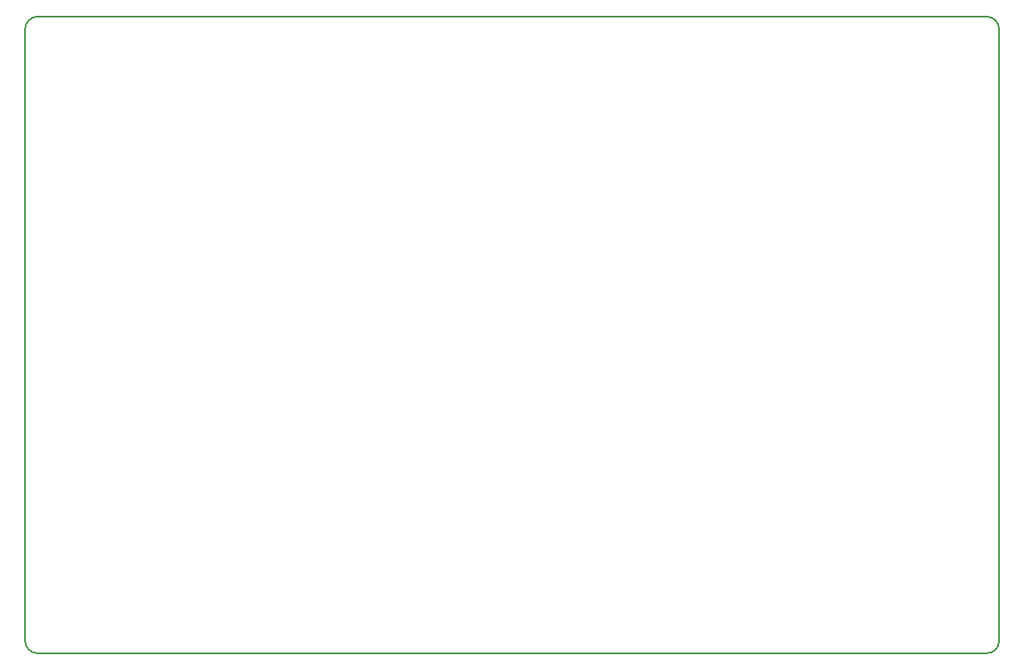
<source format=gko>
G04 #@! TF.GenerationSoftware,KiCad,Pcbnew,(2017-12-02 revision 3109343)-master*
G04 #@! TF.CreationDate,2018-01-03T05:08:22-05:00*
G04 #@! TF.ProjectId,multislope,6D756C7469736C6F70652E6B69636164,rev?*
G04 #@! TF.SameCoordinates,Original*
G04 #@! TF.FileFunction,Profile,NP*
%FSLAX46Y46*%
G04 Gerber Fmt 4.6, Leading zero omitted, Abs format (unit mm)*
G04 Created by KiCad (PCBNEW (2017-12-02 revision 3109343)-master) date Wed Jan  3 05:08:22 2018*
%MOMM*%
%LPD*%
G01*
G04 APERTURE LIST*
%ADD10C,0.150000*%
G04 APERTURE END LIST*
D10*
X130810000Y-135890000D02*
G75*
G03X132080000Y-137160000I1270000J0D01*
G01*
X228600000Y-137160000D02*
X132080000Y-137160000D01*
X228600000Y-137160000D02*
G75*
G03X229870000Y-135890000I0J1270000D01*
G01*
X229870000Y-73660000D02*
G75*
G03X228600000Y-72390000I-1270000J0D01*
G01*
X132080000Y-72390000D02*
G75*
G03X130810000Y-73660000I0J-1270000D01*
G01*
X228600000Y-72390000D02*
X132080000Y-72390000D01*
X229870000Y-135890000D02*
X229870000Y-73660000D01*
X130810000Y-73660000D02*
X130810000Y-135890000D01*
M02*

</source>
